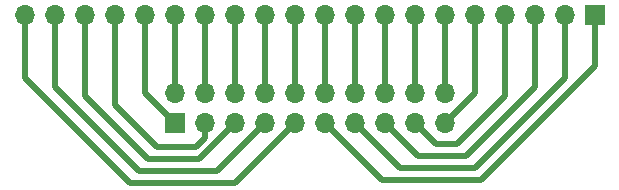
<source format=gbr>
G04 #@! TF.FileFunction,Copper,L2,Bot,Signal*
%FSLAX46Y46*%
G04 Gerber Fmt 4.6, Leading zero omitted, Abs format (unit mm)*
G04 Created by KiCad (PCBNEW 4.0.5) date 10/06/17 13:28:22*
%MOMM*%
%LPD*%
G01*
G04 APERTURE LIST*
%ADD10C,0.100000*%
%ADD11R,1.700000X1.700000*%
%ADD12O,1.700000X1.700000*%
%ADD13C,0.500000*%
G04 APERTURE END LIST*
D10*
D11*
X189992000Y-69850000D03*
D12*
X187452000Y-69850000D03*
X184912000Y-69850000D03*
X182372000Y-69850000D03*
X179832000Y-69850000D03*
X177292000Y-69850000D03*
X174752000Y-69850000D03*
X172212000Y-69850000D03*
X169672000Y-69850000D03*
X167132000Y-69850000D03*
X164592000Y-69850000D03*
X162052000Y-69850000D03*
X159512000Y-69850000D03*
X156972000Y-69850000D03*
X154432000Y-69850000D03*
X151892000Y-69850000D03*
X149352000Y-69850000D03*
X146812000Y-69850000D03*
X144272000Y-69850000D03*
X141732000Y-69850000D03*
D11*
X154432000Y-78994000D03*
D12*
X154432000Y-76454000D03*
X156972000Y-78994000D03*
X156972000Y-76454000D03*
X159512000Y-78994000D03*
X159512000Y-76454000D03*
X162052000Y-78994000D03*
X162052000Y-76454000D03*
X164592000Y-78994000D03*
X164592000Y-76454000D03*
X167132000Y-78994000D03*
X167132000Y-76454000D03*
X169672000Y-78994000D03*
X169672000Y-76454000D03*
X172212000Y-78994000D03*
X172212000Y-76454000D03*
X174752000Y-78994000D03*
X174752000Y-76454000D03*
X177292000Y-78994000D03*
X177292000Y-76454000D03*
D13*
X189992000Y-69850000D02*
X189992000Y-74168000D01*
X189992000Y-74168000D02*
X180340000Y-83820000D01*
X171958000Y-83820000D02*
X167132000Y-78994000D01*
X180340000Y-83820000D02*
X171958000Y-83820000D01*
X187452000Y-69850000D02*
X187452000Y-75184000D01*
X187452000Y-75184000D02*
X179832000Y-82804000D01*
X173482000Y-82804000D02*
X169672000Y-78994000D01*
X179832000Y-82804000D02*
X173482000Y-82804000D01*
X184912000Y-69850000D02*
X184912000Y-75946000D01*
X184912000Y-75946000D02*
X179070000Y-81788000D01*
X175006000Y-81788000D02*
X172212000Y-78994000D01*
X179070000Y-81788000D02*
X175006000Y-81788000D01*
X182372000Y-69850000D02*
X182372000Y-76708000D01*
X182372000Y-76708000D02*
X178308000Y-80772000D01*
X176530000Y-80772000D02*
X174752000Y-78994000D01*
X178308000Y-80772000D02*
X176530000Y-80772000D01*
X179832000Y-69850000D02*
X179832000Y-76454000D01*
X179832000Y-76454000D02*
X177292000Y-78994000D01*
X177292000Y-69850000D02*
X177292000Y-76454000D01*
X174752000Y-69850000D02*
X174752000Y-76454000D01*
X172212000Y-69850000D02*
X172212000Y-76454000D01*
X169672000Y-69850000D02*
X169672000Y-76454000D01*
X167132000Y-69850000D02*
X167132000Y-76454000D01*
X164592000Y-69850000D02*
X164592000Y-76454000D01*
X162052000Y-69850000D02*
X162052000Y-76454000D01*
X159512000Y-69850000D02*
X159512000Y-76454000D01*
X156972000Y-69850000D02*
X156972000Y-76454000D01*
X154432000Y-69850000D02*
X154432000Y-76454000D01*
X151892000Y-76454000D02*
X154432000Y-78994000D01*
X151892000Y-69850000D02*
X151892000Y-76454000D01*
X156972000Y-80264000D02*
X156972000Y-78994000D01*
X156210000Y-81026000D02*
X156972000Y-80264000D01*
X152908000Y-81026000D02*
X156210000Y-81026000D01*
X149352000Y-69850000D02*
X149352000Y-77470000D01*
X149352000Y-77470000D02*
X152908000Y-81026000D01*
X156464000Y-82042000D02*
X159512000Y-78994000D01*
X152146000Y-82042000D02*
X156464000Y-82042000D01*
X146812000Y-69850000D02*
X146812000Y-76708000D01*
X146812000Y-76708000D02*
X152146000Y-82042000D01*
X157988000Y-83058000D02*
X162052000Y-78994000D01*
X151384000Y-83058000D02*
X157988000Y-83058000D01*
X144272000Y-69850000D02*
X144272000Y-75946000D01*
X144272000Y-75946000D02*
X151384000Y-83058000D01*
X159512000Y-84074000D02*
X164592000Y-78994000D01*
X150622000Y-84074000D02*
X159512000Y-84074000D01*
X141732000Y-75184000D02*
X150622000Y-84074000D01*
X141732000Y-69850000D02*
X141732000Y-75184000D01*
M02*

</source>
